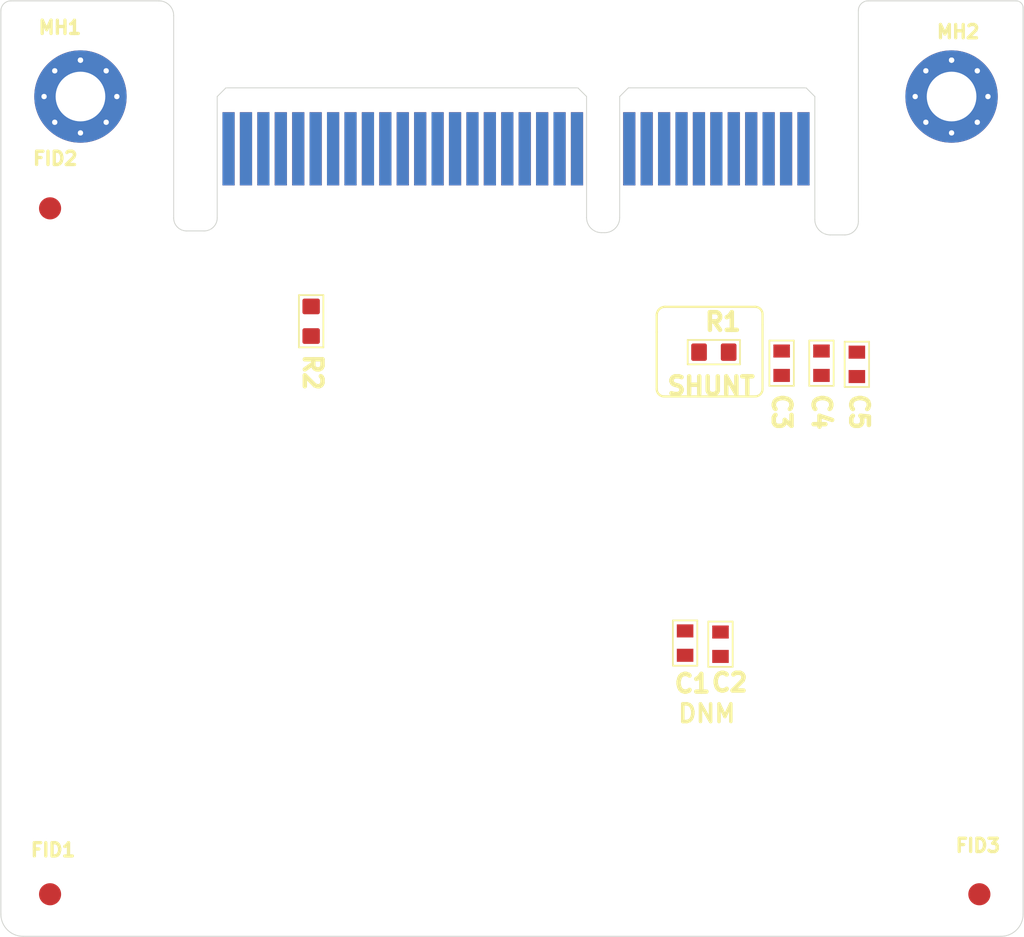
<source format=kicad_pcb>
(kicad_pcb (version 20221018) (generator pcbnew)
  (layers (0 "F.Cu" signal "Top Layer") (31 "B.Cu" signal "Bottom Layer") (34 "B.Paste" user "Bottom Paste") (35 "F.Paste" user "Top Paste") (36 "B.SilkS" user "Bottom Overlay") (37 "F.SilkS" user "Top Overlay") (38 "B.Mask" user "Bottom Solder") (39 "F.Mask" user "Top Solder") (44 "Edge.Cuts" user))
  (net 0 "")
  (net 1 "VCC1.2")
  (net 2 "CLK_FROM_SAM")
  (net 3 "BOOT_MODE")
  (net 4 "VCCADJ")
  (net 5 "VCC5.0")
  (net 6 "VCC2.5")
  (net 7 "VCC1.8")
  (net 8 "VCC1.0")
  (net 9 "nRST_OUT")
  (net 10 "FILTIN")
  (net 11 "HDR3")
  (net 12 "HDR2")
  (net 13 "HDR1")
  (net 14 "TRACED3")
  (net 15 "TRACED2")
  (net 16 "TRACED1")
  (net 17 "TRACED0")
  (net 18 "TRACECLK")
  (net 19 "IOVREF")
  (net 20 "SHUNTL")
  (net 21 "FILT_HP")
  (net 22 "SCK")
  (net 23 "nRST")
  (net 24 "MOSI")
  (net 25 "MISO")
  (net 26 "LED3")
  (net 27 "LED2")
  (net 28 "LED1")
  (net 29 "JTAG_TRST")
  (net 30 "JTAG_TMS")
  (net 31 "JTAG_TDO")
  (net 32 "JTAG_TDI")
  (net 33 "JTAG_TCK")
  (net 34 "HDR10")
  (net 35 "HDR9")
  (net 36 "HDR8")
  (net 37 "HDR7")
  (net 38 "HDR6")
  (net 39 "HDR5")
  (net 40 "HDR4")
  (net 41 "GPIO4")
  (net 42 "GPIO3")
  (net 43 "GPIO2_RX")
  (net 44 "GPIO1_TX")
  (net 45 "GND")
  (net 46 "CS")
  (net 47 "CLKIN")
  (footprint "C:_Users_colin_Dropbox (NewAE Technology Inc)_engineering_altium_Libraries_NewAE_AltiumLib.PcbLib_CAPC0603_M" (layer "F.Cu") (at 163.97758 98.9563 90)
    (fp_text reference "C3" (at -1.63709 -0.58598 270 unlocked) (layer "F.SilkS") (effects (font (size 1.016 1.016) (thickness 0.254)) (justify left bottom)))
    (fp_text value "100n" hide)
    (fp_line (start -1.3 -0.7) (end -1.3 0.7) (stroke (width 0.1)) (layer "F.SilkS"))
    (fp_line (start -1.3 -0.7) (end 1.3 -0.7) (stroke (width 0.1)) (layer "F.SilkS"))
    (fp_line (start -1.3 0.7) (end 1.3 0.7) (stroke (width 0.1)) (layer "F.SilkS"))
    (fp_line (start 1.3 -0.7) (end 1.3 0.7) (stroke (width 0.1)) (layer "F.SilkS"))
    (pad "1" smd rect (at -0.7 0 180) (size 0.95 0.75) (layers "F.Cu" "F.Paste" "F.Mask") (net 21 "FILT_HP"))
    (pad "2" smd rect (at 0.7 0 180) (size 0.95 0.75) (layers "F.Cu" "F.Paste" "F.Mask") (net 45 "GND"))
  )
  (footprint "C:_Users_colin_Dropbox (NewAE Technology Inc)_engineering_altium_Libraries_footprints_MOUNT_#4_TIGHT.PcbLib_MOUNT_#4_TIGHT" (layer "F.Cu") (at 123.7316 83.6489)
    (fp_text reference "MH1" (at -2.5019 -3.5179 unlocked) (layer "F.SilkS") (effects (font (size 0.762 0.762) (thickness 0.254)) (justify left bottom)))
    (fp_text value "4-40 MH, Tight Fit" hide)
    (pad "1" thru_hole circle (at -2.08806 0 180) (size 0.3556 0.3556) (drill 0.3048) (layers "*.Cu" "*.Mask") (net 45 "GND"))
    (pad "1" thru_hole circle (at -1.47648 -1.47648 135) (size 0.3556 0.3556) (drill 0.3048) (layers "*.Cu" "*.Mask") (net 45 "GND"))
    (pad "1" thru_hole circle (at -1.47648 1.47648 225) (size 0.3556 0.3556) (drill 0.3048) (layers "*.Cu" "*.Mask") (net 45 "GND"))
    (pad "1" thru_hole circle (at 0 -2.08806 90) (size 0.3556 0.3556) (drill 0.3048) (layers "*.Cu" "*.Mask") (net 45 "GND"))
    (pad "1" thru_hole circle (at 0 -2.08806 90) (size 0.3556 0.3556) (drill 0.3048) (layers "*.Cu" "*.Mask") (net 45 "GND"))
    (pad "1" thru_hole circle (at 0 0) (size 5.3 5.3) (drill 2.85) (layers "*.Cu" "*.Mask") (net 45 "GND"))
    (pad "1" thru_hole circle (at 0 2.08806 270) (size 0.3556 0.3556) (drill 0.3048) (layers "*.Cu" "*.Mask") (net 45 "GND"))
    (pad "1" thru_hole circle (at 1.47649 -1.47648 45) (size 0.3556 0.3556) (drill 0.3048) (layers "*.Cu" "*.Mask") (net 45 "GND"))
    (pad "1" thru_hole circle (at 1.47649 1.47648 315) (size 0.3556 0.3556) (drill 0.3048) (layers "*.Cu" "*.Mask") (net 45 "GND"))
    (pad "1" thru_hole circle (at 2.08806 0) (size 0.3556 0.3556) (drill 0.3048) (layers "*.Cu" "*.Mask") (net 45 "GND"))
  )
  (footprint "C:_Users_colin_Dropbox (NewAE Technology Inc)_engineering_altium_Libraries_footprints_FIDU-ROUND-1.0mm.PcbLib_FIDU-ROUND-1.0mm" (layer "F.Cu") (at 122.25512 89.7273)
    (fp_text reference "FID2" (at -1.34759 -2.07412 unlocked) (layer "F.SilkS") (effects (font (size 0.762 0.762) (thickness 0.254)) (justify left bottom)))
    (fp_text value "FIDU-ROUND-1.0MM" hide)
    (pad "M1" smd circle (at -0.26852 0.339 270) (size 1.27 1.27) (layers "F.Cu" "F.Paste" "F.Mask"))
  )
  (footprint "C:_Users_colin_Dropbox (NewAE Technology Inc)_engineering_altium_Libraries_NewAE_AltiumLib.PcbLib_CAPC0603_M" (layer "F.Cu") (at 168.29558 99.0213 90)
    (fp_text reference "C5" (at -1.57209 -0.46198 270 unlocked) (layer "F.SilkS") (effects (font (size 1.016 1.016) (thickness 0.254)) (justify left bottom)))
    (fp_text value "2u2" hide)
    (fp_line (start -1.3 -0.7) (end -1.3 0.7) (stroke (width 0.1)) (layer "F.SilkS"))
    (fp_line (start -1.3 -0.7) (end 1.3 -0.7) (stroke (width 0.1)) (layer "F.SilkS"))
    (fp_line (start -1.3 0.7) (end 1.3 0.7) (stroke (width 0.1)) (layer "F.SilkS"))
    (fp_line (start 1.3 -0.7) (end 1.3 0.7) (stroke (width 0.1)) (layer "F.SilkS"))
    (pad "1" smd rect (at -0.7 0 180) (size 0.95 0.75) (layers "F.Cu" "F.Paste" "F.Mask") (net 21 "FILT_HP"))
    (pad "2" smd rect (at 0.7 0 180) (size 0.95 0.75) (layers "F.Cu" "F.Paste" "F.Mask") (net 45 "GND"))
  )
  (footprint "C:_Users_colin_Dropbox (NewAE Technology Inc)_engineering_altium_Libraries_footprints_MOUNT_#4_TIGHT.PcbLib_MOUNT_#4_TIGHT" (layer "F.Cu") (at 173.7316 83.6489)
    (fp_text reference "MH2" (at -0.94327 -3.27146 unlocked) (layer "F.SilkS") (effects (font (size 0.762 0.762) (thickness 0.254)) (justify left bottom)))
    (fp_text value "4-40 MH, Tight Fit" hide)
    (pad "1" thru_hole circle (at -2.08806 0 180) (size 0.3556 0.3556) (drill 0.3048) (layers "*.Cu" "*.Mask") (net 45 "GND"))
    (pad "1" thru_hole circle (at -1.47648 -1.47648 135) (size 0.3556 0.3556) (drill 0.3048) (layers "*.Cu" "*.Mask") (net 45 "GND"))
    (pad "1" thru_hole circle (at -1.47648 1.47648 225) (size 0.3556 0.3556) (drill 0.3048) (layers "*.Cu" "*.Mask") (net 45 "GND"))
    (pad "1" thru_hole circle (at 0 -2.08806 90) (size 0.3556 0.3556) (drill 0.3048) (layers "*.Cu" "*.Mask") (net 45 "GND"))
    (pad "1" thru_hole circle (at 0 -2.08806 90) (size 0.3556 0.3556) (drill 0.3048) (layers "*.Cu" "*.Mask") (net 45 "GND"))
    (pad "1" thru_hole circle (at 0 0) (size 5.3 5.3) (drill 2.85) (layers "*.Cu" "*.Mask") (net 45 "GND"))
    (pad "1" thru_hole circle (at 0 2.08806 270) (size 0.3556 0.3556) (drill 0.3048) (layers "*.Cu" "*.Mask") (net 45 "GND"))
    (pad "1" thru_hole circle (at 1.47648 -1.47648 45) (size 0.3556 0.3556) (drill 0.3048) (layers "*.Cu" "*.Mask") (net 45 "GND"))
    (pad "1" thru_hole circle (at 1.47648 1.47648 315) (size 0.3556 0.3556) (drill 0.3048) (layers "*.Cu" "*.Mask") (net 45 "GND"))
    (pad "1" thru_hole circle (at 2.08806 0) (size 0.3556 0.3556) (drill 0.3048) (layers "*.Cu" "*.Mask") (net 45 "GND"))
  )
  (footprint "C:_Users_colin_Dropbox (NewAE Technology Inc)_engineering_altium_Libraries_NewAE_AltiumLib.PcbLib_RESC1608X55N" (layer "F.Cu") (at 136.9726 96.5465 -90)
    (fp_text reference "R2" (at 1.7748 0.5 270 unlocked) (layer "F.SilkS") (effects (font (size 1.016 1.016) (thickness 0.254)) (justify left bottom)))
    (fp_text value "10R" hide)
    (fp_line (start -1.5 0.7) (end -1.5 -0.7) (stroke (width 0.1)) (layer "F.SilkS"))
    (fp_line (start 1.5 -0.7) (end -1.5 -0.7) (stroke (width 0.1)) (layer "F.SilkS"))
    (fp_line (start 1.5 0.7) (end -1.5 0.7) (stroke (width 0.1)) (layer "F.SilkS"))
    (fp_line (start 1.5 0.7) (end 1.5 -0.7) (stroke (width 0.1)) (layer "F.SilkS"))
    (pad "1" smd roundrect (at -0.85 0) (size 1 0.9) (layers "F.Cu" "F.Paste" "F.Mask") (roundrect_rratio 0.125) (net 47 "CLKIN"))
    (pad "2" smd roundrect (at 0.85 0) (size 1 0.9) (layers "F.Cu" "F.Paste" "F.Mask") (roundrect_rratio 0.125))
  )
  (footprint "C:_Users_colin_Dropbox (NewAE Technology Inc)_engineering_altium_Libraries_NewAE_AltiumLib.PcbLib_RESC1608X55N" (layer "F.Cu") (at 160.0866 98.3213)
    (fp_text reference "R1" (at -0.635 -1.143 unlocked) (layer "F.SilkS") (effects (font (size 1.016 1.016) (thickness 0.254)) (justify left bottom)))
    (fp_text value "10R" hide)
    (fp_line (start -1.5 -0.7) (end 1.5 -0.7) (stroke (width 0.1)) (layer "F.SilkS"))
    (fp_line (start -1.5 0.7) (end -1.5 -0.7) (stroke (width 0.1)) (layer "F.SilkS"))
    (fp_line (start -1.5 0.7) (end 1.5 0.7) (stroke (width 0.1)) (layer "F.SilkS"))
    (fp_line (start 1.5 0.7) (end 1.5 -0.7) (stroke (width 0.1)) (layer "F.SilkS"))
    (pad "1" smd roundrect (at -0.85 0 90) (size 1 0.9) (layers "F.Cu" "F.Paste" "F.Mask") (roundrect_rratio 0.125) (net 20 "SHUNTL"))
    (pad "2" smd roundrect (at 0.85 0 90) (size 1 0.9) (layers "F.Cu" "F.Paste" "F.Mask") (roundrect_rratio 0.125) (net 21 "FILT_HP"))
  )
  (footprint "Vault:PCIeX4-GF-2D-1000-1K-O64" (layer "F.Cu") (at 155.7316 86.6489 180)
    (fp_text reference "P1" hide)
    (fp_text value "PCIeX4-GF-2D-1000-1K-O64" hide)
    (pad "A1" smd rect (at -9.50003 0 180) (size 0.7 4.19999) (layers "B.Cu" "B.Paste" "B.Mask") (net 45 "GND"))
    (pad "A2" smd rect (at -8.49998 0 180) (size 0.7 4.2) (layers "B.Cu" "B.Paste" "B.Mask") (net 45 "GND"))
    (pad "A3" smd rect (at -7.49999 0 180) (size 0.7 4.2) (layers "B.Cu" "B.Paste" "B.Mask") (net 21 "FILT_HP"))
    (pad "A4" smd rect (at -6.49999 0 180) (size 0.7 4.2) (layers "B.Cu" "B.Paste" "B.Mask") (net 6 "VCC2.5"))
    (pad "A5" smd rect (at -5.49999 0 180) (size 0.7 4.2) (layers "B.Cu" "B.Paste" "B.Mask") (net 19 "IOVREF"))
    (pad "A6" smd rect (at -4.49999 0 180) (size 0.7 4.2) (layers "B.Cu" "B.Paste" "B.Mask") (net 5 "VCC5.0"))
    (pad "A7" smd rect (at -3.49999 0 180) (size 0.7 4.2) (layers "B.Cu" "B.Paste" "B.Mask") (net 4 "VCCADJ"))
    (pad "A8" smd rect (at -2.5 0 180) (size 0.7 4.2) (layers "B.Cu" "B.Paste" "B.Mask") (net 45 "GND"))
    (pad "A9" smd rect (at -1.5 0 180) (size 0.7 4.2) (layers "B.Cu" "B.Paste" "B.Mask") (net 13 "HDR1"))
    (pad "A10" smd rect (at -0.5 0 180) (size 0.7 4.2) (layers "B.Cu" "B.Paste" "B.Mask") (net 12 "HDR2"))
    (pad "A11" smd rect (at 0.5 0 180) (size 0.7 4.2) (layers "B.Cu" "B.Paste" "B.Mask") (net 11 "HDR3"))
    (pad "A12" smd rect (at 3.49999 0 180) (size 0.7 4.2) (layers "B.Cu" "B.Paste" "B.Mask") (net 40 "HDR4"))
    (pad "A13" smd rect (at 4.49999 0 180) (size 0.7 4.2) (layers "B.Cu" "B.Paste" "B.Mask") (net 39 "HDR5"))
    (pad "A14" smd rect (at 5.49999 0 180) (size 0.7 4.2) (layers "B.Cu" "B.Paste" "B.Mask") (net 38 "HDR6"))
    (pad "A15" smd rect (at 6.49999 0 180) (size 0.7 4.2) (layers "B.Cu" "B.Paste" "B.Mask") (net 37 "HDR7"))
    (pad "A16" smd rect (at 7.49998 0 180) (size 0.7 4.2) (layers "B.Cu" "B.Paste" "B.Mask") (net 36 "HDR8"))
    (pad "A17" smd rect (at 8.49998 0 180) (size 0.7 4.2) (layers "B.Cu" "B.Paste" "B.Mask") (net 35 "HDR9"))
    (pad "A18" smd rect (at 9.49998 0 180) (size 0.7 4.2) (layers "B.Cu" "B.Paste" "B.Mask") (net 34 "HDR10"))
    (pad "A19" smd rect (at 10.49998 0 180) (size 0.7 4.2) (layers "B.Cu" "B.Paste" "B.Mask") (net 9 "nRST_OUT"))
    (pad "A20" smd rect (at 11.49998 0 180) (size 0.7 4.2) (layers "B.Cu" "B.Paste" "B.Mask") (net 45 "GND"))
    (pad "A21" smd rect (at 12.49997 0 180) (size 0.7 4.2) (layers "B.Cu" "B.Paste" "B.Mask") (net 18 "TRACECLK"))
    (pad "A22" smd rect (at 13.49997 0 180) (size 0.7 4.2) (layers "B.Cu" "B.Paste" "B.Mask") (net 17 "TRACED0"))
    (pad "A23" smd rect (at 14.50002 0 180) (size 0.7 4.2) (layers "B.Cu" "B.Paste" "B.Mask") (net 16 "TRACED1"))
    (pad "A24" smd rect (at 15.50002 0 180) (size 0.7 4.2) (layers "B.Cu" "B.Paste" "B.Mask") (net 15 "TRACED2"))
    (pad "A25" smd rect (at 16.50002 0 180) (size 0.7 4.2) (layers "B.Cu" "B.Paste" "B.Mask") (net 14 "TRACED3"))
    (pad "A26" smd rect (at 17.50002 0 180) (size 0.7 4.2) (layers "B.Cu" "B.Paste" "B.Mask") (net 19 "IOVREF"))
    (pad "A27" smd rect (at 18.50001 0 180) (size 0.7 4.2) (layers "B.Cu" "B.Paste" "B.Mask") (net 45 "GND"))
    (pad "A28" smd rect (at 19.50001 0 180) (size 0.7 4.2) (layers "B.Cu" "B.Paste" "B.Mask") (net 45 "GND"))
    (pad "A29" smd rect (at 20.50001 0 180) (size 0.7 4.2) (layers "B.Cu" "B.Paste" "B.Mask") (net 2 "CLK_FROM_SAM"))
    (pad "A30" smd rect (at 21.50001 0 180) (size 0.7 4.2) (layers "B.Cu" "B.Paste" "B.Mask"))
    (pad "A31" smd rect (at 22.50001 0 180) (size 0.7 4.2) (layers "B.Cu" "B.Paste" "B.Mask") (net 23 "nRST"))
    (pad "A32" smd rect (at 23.5 0 180) (size 0.7 4.2) (layers "B.Cu" "B.Paste" "B.Mask") (net 29 "JTAG_TRST"))
    (pad "B1" smd rect (at -9.50003 0 180) (size 0.7 4.2) (layers "F.Cu" "F.Paste" "F.Mask") (net 20 "SHUNTL"))
    (pad "B2" smd rect (at -8.49998 0 180) (size 0.7 4.2) (layers "F.Cu" "F.Paste" "F.Mask") (net 21 "FILT_HP"))
    (pad "B3" smd rect (at -7.49999 0 180) (size 0.7 4.2) (layers "F.Cu" "F.Paste" "F.Mask") (net 45 "GND"))
    (pad "B4" smd rect (at -6.49999 0 180) (size 0.7 4.2) (layers "F.Cu" "F.Paste" "F.Mask") (net 21 "FILT_HP"))
    (pad "B5" smd rect (at -5.49999 0 180) (size 0.7 4.2) (layers "F.Cu" "F.Paste" "F.Mask") (net 10 "FILTIN"))
    (pad "B6" smd rect (at -4.49999 0 180) (size 0.7 4.2) (layers "F.Cu" "F.Paste" "F.Mask") (net 8 "VCC1.0"))
    (pad "B7" smd rect (at -3.49999 0 180) (size 0.7 4.2) (layers "F.Cu" "F.Paste" "F.Mask") (net 1 "VCC1.2"))
    (pad "B8" smd rect (at -2.5 0 180) (size 0.7 4.2) (layers "F.Cu" "F.Paste" "F.Mask") (net 7 "VCC1.8"))
    (pad "B9" smd rect (at -1.5 0 180) (size 0.7 4.2) (layers "F.Cu" "F.Paste" "F.Mask") (net 45 "GND"))
    (pad "B10" smd rect (at -0.5 0 180) (size 0.7 4.2) (layers "F.Cu" "F.Paste" "F.Mask") (net 19 "IOVREF"))
    (pad "B11" smd rect (at 0.5 0 180) (size 0.7 4.2) (layers "F.Cu" "F.Paste" "F.Mask") (net 28 "LED1"))
    (pad "B12" smd rect (at 3.49999 0 180) (size 0.7 4.2) (layers "F.Cu" "F.Paste" "F.Mask") (net 27 "LED2"))
    (pad "B13" smd rect (at 4.49999 0 180) (size 0.7 4.2) (layers "F.Cu" "F.Paste" "F.Mask") (net 26 "LED3"))
    (pad "B14" smd rect (at 5.49999 0 180) (size 0.7 4.2) (layers "F.Cu" "F.Paste" "F.Mask") (net 23 "nRST"))
    (pad "B15" smd rect (at 6.49999 0 180) (size 0.7 4.2) (layers "F.Cu" "F.Paste" "F.Mask") (net 45 "GND"))
    (pad "B16" smd rect (at 7.49998 0 180) (size 0.7 4.2) (layers "F.Cu" "F.Paste" "F.Mask") (net 44 "GPIO1_TX"))
    (pad "B17" smd rect (at 8.49998 0 180) (size 0.7 4.19999) (layers "F.Cu" "F.Paste" "F.Mask") (net 43 "GPIO2_RX"))
    (pad "B18" smd rect (at 9.49998 0 180) (size 0.7 4.2) (layers "F.Cu" "F.Paste" "F.Mask") (net 42 "GPIO3"))
    (pad "B19" smd rect (at 10.49998 0 180) (size 0.7 4.2) (layers "F.Cu" "F.Paste" "F.Mask") (net 41 "GPIO4"))
    (pad "B20" smd rect (at 11.49998 0 180) (size 0.7 4.2) (layers "F.Cu" "F.Paste" "F.Mask") (net 22 "SCK"))
    (pad "B21" smd rect (at 12.49997 0 180) (size 0.7 4.2) (layers "F.Cu" "F.Paste" "F.Mask") (net 45 "GND"))
    (pad "B22" smd rect (at 13.49997 0 180) (size 0.7 4.2) (layers "F.Cu" "F.Paste" "F.Mask") (net 45 "GND"))
    (pad "B23" smd rect (at 14.50002 0 180) (size 0.7 4.2) (layers "F.Cu" "F.Paste" "F.Mask") (net 25 "MISO"))
    (pad "B24" smd rect (at 15.50002 0 180) (size 0.7 4.2) (layers "F.Cu" "F.Paste" "F.Mask") (net 24 "MOSI"))
    (pad "B25" smd rect (at 16.50002 0 180) (size 0.7 4.2) (layers "F.Cu" "F.Paste" "F.Mask") (net 3 "BOOT_MODE"))
    (pad "B26" smd rect (at 17.50002 0 180) (size 0.7 4.2) (layers "F.Cu" "F.Paste" "F.Mask") (net 46 "CS"))
    (pad "B27" smd rect (at 18.50001 0 180) (size 0.7 4.2) (layers "F.Cu" "F.Paste" "F.Mask") (net 47 "CLKIN"))
    (pad "B28" smd rect (at 19.50001 0 180) (size 0.7 4.2) (layers "F.Cu" "F.Paste" "F.Mask"))
    (pad "B29" smd rect (at 20.50001 0 180) (size 0.7 4.2) (layers "F.Cu" "F.Paste" "F.Mask") (net 32 "JTAG_TDI"))
    (pad "B30" smd rect (at 21.50001 0 180) (size 0.7 4.2) (layers "F.Cu" "F.Paste" "F.Mask") (net 31 "JTAG_TDO"))
    (pad "B31" smd rect (at 22.50001 0 180) (size 0.7 4.19999) (layers "F.Cu" "F.Paste" "F.Mask") (net 30 "JTAG_TMS"))
    (pad "B32" smd rect (at 23.5 0 180) (size 0.7 4.2) (layers "F.Cu" "F.Paste" "F.Mask") (net 33 "JTAG_TCK"))
  )
  (footprint "C:_Users_colin_Dropbox (NewAE Technology Inc)_engineering_altium_Libraries_NewAE_AltiumLib.PcbLib_CAPC0603_M" (layer "F.Cu") (at 166.26358 98.9563 90)
    (fp_text reference "C4" (at -1.63709 -0.58898 270 unlocked) (layer "F.SilkS") (effects (font (size 1.016 1.016) (thickness 0.254)) (justify left bottom)))
    (fp_text value "100n" hide)
    (fp_line (start -1.3 -0.7) (end -1.3 0.7) (stroke (width 0.1)) (layer "F.SilkS"))
    (fp_line (start -1.3 -0.7) (end 1.3 -0.7) (stroke (width 0.1)) (layer "F.SilkS"))
    (fp_line (start -1.3 0.7) (end 1.3 0.7) (stroke (width 0.1)) (layer "F.SilkS"))
    (fp_line (start 1.3 -0.7) (end 1.3 0.7) (stroke (width 0.1)) (layer "F.SilkS"))
    (pad "1" smd rect (at -0.7 0 180) (size 0.95 0.75) (layers "F.Cu" "F.Paste" "F.Mask") (net 21 "FILT_HP"))
    (pad "2" smd rect (at 0.7 0 180) (size 0.95 0.75) (layers "F.Cu" "F.Paste" "F.Mask") (net 45 "GND"))
  )
  (footprint "C:_Users_colin_Dropbox (NewAE Technology Inc)_engineering_altium_Libraries_NewAE_AltiumLib.PcbLib_CAPC0603_M" (layer "F.Cu") (at 160.4676 115.0853 -90)
    (fp_text reference "C2" (at 2.794 0.635 unlocked) (layer "F.SilkS") (effects (font (size 1.016 1.016) (thickness 0.254)) (justify left bottom)))
    (fp_text value "DNM" hide)
    (fp_line (start -1.3 0.7) (end -1.3 -0.7) (stroke (width 0.1)) (layer "F.SilkS"))
    (fp_line (start 1.3 -0.7) (end -1.3 -0.7) (stroke (width 0.1)) (layer "F.SilkS"))
    (fp_line (start 1.3 0.7) (end -1.3 0.7) (stroke (width 0.1)) (layer "F.SilkS"))
    (fp_line (start 1.3 0.7) (end 1.3 -0.7) (stroke (width 0.1)) (layer "F.SilkS"))
    (pad "1" smd rect (at -0.7 0) (size 0.95 0.75) (layers "F.Cu" "F.Paste" "F.Mask") (net 20 "SHUNTL"))
    (pad "2" smd rect (at 0.7 0) (size 0.95 0.75) (layers "F.Cu" "F.Paste" "F.Mask") (net 45 "GND"))
  )
  (footprint "C:_Users_colin_Dropbox (NewAE Technology Inc)_engineering_altium_Libraries_footprints_FIDU-ROUND-1.0mm.PcbLib_FIDU-ROUND-1.0mm" (layer "F.Cu") (at 121.8596 129.4363)
    (fp_text reference "FID1" (at -1.0795 -2.0955 unlocked) (layer "F.SilkS") (effects (font (size 0.762 0.762) (thickness 0.254)) (justify left bottom)))
    (fp_text value "FIDU-ROUND-1.0MM" hide)
    (pad "M1" smd circle (at 0.127 0 270) (size 1.27 1.27) (layers "F.Cu" "F.Paste" "F.Mask"))
  )
  (footprint "C:_Users_colin_Dropbox (NewAE Technology Inc)_engineering_altium_Libraries_NewAE_AltiumLib.PcbLib_CAPC0603_M" (layer "F.Cu") (at 158.4356 115.0203 -90)
    (fp_text reference "C1" (at 2.921 0.734 unlocked) (layer "F.SilkS") (effects (font (size 1.016 1.016) (thickness 0.254)) (justify left bottom)))
    (fp_text value "DNM" hide)
    (fp_line (start -1.3 0.7) (end -1.3 -0.7) (stroke (width 0.1)) (layer "F.SilkS"))
    (fp_line (start 1.3 -0.7) (end -1.3 -0.7) (stroke (width 0.1)) (layer "F.SilkS"))
    (fp_line (start 1.3 0.7) (end -1.3 0.7) (stroke (width 0.1)) (layer "F.SilkS"))
    (fp_line (start 1.3 0.7) (end 1.3 -0.7) (stroke (width 0.1)) (layer "F.SilkS"))
    (pad "1" smd rect (at -0.7 0) (size 0.95 0.75) (layers "F.Cu" "F.Paste" "F.Mask") (net 20 "SHUNTL"))
    (pad "2" smd rect (at 0.7 0) (size 0.95 0.75) (layers "F.Cu" "F.Paste" "F.Mask") (net 45 "GND"))
  )
  (footprint "C:_Users_colin_Dropbox (NewAE Technology Inc)_engineering_altium_Libraries_footprints_FIDU-ROUND-1.0mm.PcbLib_FIDU-ROUND-1.0mm" (layer "F.Cu") (at 174.9456 129.1823)
    (fp_text reference "FID3" (at -1.0795 -2.0955 unlocked) (layer "F.SilkS") (effects (font (size 0.762 0.762) (thickness 0.254)) (justify left bottom)))
    (fp_text value "FIDU-ROUND-1.0MM" hide)
    (pad "M1" smd circle (at 0.381 0.254 270) (size 1.27 1.27) (layers "F.Cu" "F.Paste" "F.Mask"))
  )
  (gr_arc (start 157.2306 100.8613) (mid 156.932201 100.737699) (end 156.8086 100.4393) (stroke (width 0.127)) (layer "F.SilkS"))
  (gr_line (start 157.2306 100.8613) (end 162.4586 100.8613) (stroke (width 0.127)) (layer "F.SilkS"))
  (gr_line (start 157.2866 95.7193) (end 162.4586 95.7193) (stroke (width 0.127)) (layer "F.SilkS"))
  (gr_line (start 156.8086 100.4393) (end 156.8086 97.1783) (stroke (width 0.127)) (layer "F.SilkS"))
  (gr_line (start 162.8806 96.7419) (end 162.8806 96.1413) (stroke (width 0.127)) (layer "F.SilkS"))
  (gr_line (start 156.8086 97.1783) (end 156.8086 96.1973) (stroke (width 0.127)) (layer "F.SilkS"))
  (gr_arc (start 162.8806 100.4393) (mid 162.756999 100.737699) (end 162.4586 100.8613) (stroke (width 0.127)) (layer "F.SilkS"))
  (gr_line (start 162.8806 100.4393) (end 162.8806 96.7419) (stroke (width 0.127)) (layer "F.SilkS"))
  (gr_arc (start 156.8086 96.1973) (mid 156.948603 95.859303) (end 157.2866 95.7193) (stroke (width 0.127)) (layer "F.SilkS"))
  (gr_arc (start 162.4586 95.7193) (mid 162.756999 95.842901) (end 162.8806 96.1413) (stroke (width 0.127)) (layer "F.SilkS"))
  (gr_line (start 152.78162 90.5989) (end 152.78162 83.64891) (stroke (width 0.05)) (layer "Edge.Cuts"))
  (gr_line (start 167.6062 91.59029) (end 167.6062 91.5903) (stroke (width 0.05)) (layer "Edge.Cuts"))
  (gr_line (start 177.4386 78.1579) (end 168.9386 78.1579) (stroke (width 0.05)) (layer "Edge.Cuts"))
  (gr_line (start 128.238596 78.15791) (end 128.2386 78.15791) (stroke (width 0.05)) (layer "Edge.Cuts"))
  (gr_arc (start 154.68159 90.5989) (mid 154.428412 91.21012) (end 153.81719 91.4633) (stroke (width 0.05)) (layer "Edge.Cuts"))
  (gr_line (start 152.78161 90.5989) (end 152.78162 90.5989) (stroke (width 0.05)) (layer "Edge.Cuts"))
  (gr_line (start 165.88162 90.70092) (end 165.88162 83.64891) (stroke (width 0.05)) (layer "Edge.Cuts"))
  (gr_arc (start 153.64601 91.4633) (mid 153.03478 91.210127) (end 152.78161 90.5989) (stroke (width 0.05)) (layer "Edge.Cuts"))
  (gr_line (start 155.18161 83.14888) (end 154.68159 83.64891) (stroke (width 0.05)) (layer "Edge.Cuts"))
  (gr_line (start 119.1636 78.7329) (end 119.1636 130.5793) (stroke (width 0.05)) (layer "Edge.Cuts"))
  (gr_line (start 177.8386 130.5793) (end 177.8386 78.5579) (stroke (width 0.05)) (layer "Edge.Cuts"))
  (gr_line (start 132.08158 83.14888) (end 131.58161 83.64891) (stroke (width 0.05)) (layer "Edge.Cuts"))
  (gr_line (start 165.38159 83.14888) (end 155.18161 83.14888) (stroke (width 0.05)) (layer "Edge.Cuts"))
  (gr_line (start 129.08162 90.62302) (end 129.08161 90.62302) (stroke (width 0.05)) (layer "Edge.Cuts"))
  (gr_arc (start 177.4386 78.1579) (mid 177.721443 78.275057) (end 177.8386 78.5579) (stroke (width 0.05)) (layer "Edge.Cuts"))
  (gr_line (start 165.88162 83.64891) (end 165.38159 83.14888) (stroke (width 0.05)) (layer "Edge.Cuts"))
  (gr_line (start 120.4336 131.8493) (end 176.5686 131.8493) (stroke (width 0.05)) (layer "Edge.Cuts"))
  (gr_line (start 130.8348 91.3617) (end 129.82029 91.36169) (stroke (width 0.05)) (layer "Edge.Cuts"))
  (gr_arc (start 129.82029 91.36169) (mid 129.297971 91.145336) (end 129.08162 90.62302) (stroke (width 0.05)) (layer "Edge.Cuts"))
  (gr_arc (start 168.38162 78.71488) (mid 168.544763 78.321049) (end 168.9386 78.1579) (stroke (width 0.05)) (layer "Edge.Cuts"))
  (gr_line (start 128.2386 78.15791) (end 119.7386 78.1579) (stroke (width 0.05)) (layer "Edge.Cuts"))
  (gr_line (start 168.38162 78.71488) (end 168.38161 90.81488) (stroke (width 0.05)) (layer "Edge.Cuts"))
  (gr_arc (start 131.58161 90.61489) (mid 131.362878 91.142971) (end 130.8348 91.3617) (stroke (width 0.05)) (layer "Edge.Cuts"))
  (gr_line (start 152.28159 83.14888) (end 132.08158 83.14888) (stroke (width 0.05)) (layer "Edge.Cuts"))
  (gr_line (start 153.81719 91.4633) (end 153.64601 91.4633) (stroke (width 0.05)) (layer "Edge.Cuts"))
  (gr_arc (start 166.771 91.5903) (mid 166.142106 91.329808) (end 165.88162 90.70092) (stroke (width 0.05)) (layer "Edge.Cuts"))
  (gr_line (start 152.78162 83.64891) (end 152.28159 83.14888) (stroke (width 0.05)) (layer "Edge.Cuts"))
  (gr_line (start 129.08161 90.62302) (end 129.0816 79.000906) (stroke (width 0.05)) (layer "Edge.Cuts"))
  (gr_arc (start 168.38161 90.81488) (mid 168.154505 91.363191) (end 167.6062 91.59029) (stroke (width 0.05)) (layer "Edge.Cuts"))
  (gr_arc (start 128.238596 78.15791) (mid 128.834685 78.404817) (end 129.0816 79.000906) (stroke (width 0.05)) (layer "Edge.Cuts"))
  (gr_line (start 131.58161 83.64891) (end 131.58161 90.61489) (stroke (width 0.05)) (layer "Edge.Cuts"))
  (gr_arc (start 177.8386 130.5793) (mid 177.466626 131.477326) (end 176.5686 131.8493) (stroke (width 0.05)) (layer "Edge.Cuts"))
  (gr_arc (start 119.1636 78.7329) (mid 119.332014 78.326314) (end 119.7386 78.1579) (stroke (width 0.05)) (layer "Edge.Cuts"))
  (gr_line (start 167.6062 91.5903) (end 166.771 91.5903) (stroke (width 0.05)) (layer "Edge.Cuts"))
  (gr_line (start 154.68159 83.64891) (end 154.68159 90.5989) (stroke (width 0.05)) (layer "Edge.Cuts"))
  (gr_arc (start 120.4336 131.8493) (mid 119.535574 131.477326) (end 119.1636 130.5793) (stroke (width 0.05)) (layer "Edge.Cuts"))
  (gr_text "SHUNT" (at 157.2926 100.8613) (layer "F.SilkS") (effects (font (size 1.016 1.016) (thickness 0.3048) bold) (justify left bottom)))
  (gr_text "DNM" (at 157.9276 119.6573 360) (layer "F.SilkS") (effects (font (size 1.016 1.016) (thickness 0.2032) bold) (justify left bottom)))
)
</source>
